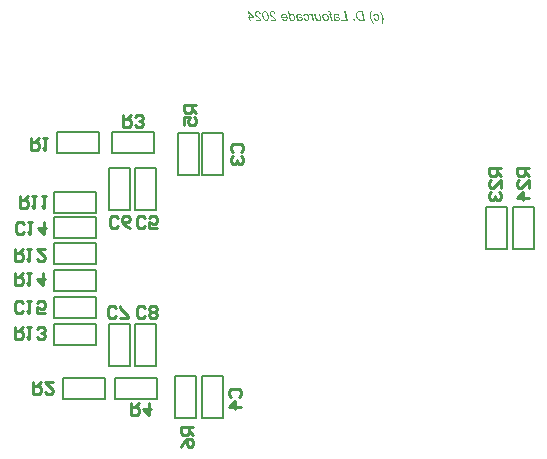
<source format=gbo>
G04*
G04 #@! TF.GenerationSoftware,Altium Limited,Altium Designer,25.5.2 (35)*
G04*
G04 Layer_Color=32896*
%FSLAX44Y44*%
%MOMM*%
G71*
G04*
G04 #@! TF.SameCoordinates,747CCF99-A89D-410B-911D-7770042ED889*
G04*
G04*
G04 #@! TF.FilePolarity,Positive*
G04*
G01*
G75*
%ADD13C,0.1270*%
%ADD17C,0.2540*%
G36*
X600911Y701421D02*
X601087Y701404D01*
X601264Y701368D01*
X601431Y701333D01*
X601581Y701289D01*
X601722Y701236D01*
X601854Y701174D01*
X601978Y701122D01*
X602083Y701060D01*
X602180Y700998D01*
X602260Y700945D01*
X602330Y700901D01*
X602383Y700866D01*
X602418Y700831D01*
X602445Y700813D01*
X602454Y700804D01*
X602577Y700681D01*
X602692Y700549D01*
X602789Y700416D01*
X602877Y700275D01*
X602956Y700135D01*
X603027Y699985D01*
X603079Y699852D01*
X603132Y699711D01*
X603176Y699588D01*
X603212Y699473D01*
X603238Y699368D01*
X603256Y699271D01*
X603273Y699200D01*
X603282Y699138D01*
X603291Y699103D01*
Y699094D01*
X602313Y698953D01*
X602277Y699112D01*
X602233Y699262D01*
X602189Y699394D01*
X602145Y699518D01*
X602092Y699632D01*
X602039Y699738D01*
X601995Y699835D01*
X601942Y699914D01*
X601898Y699985D01*
X601854Y700055D01*
X601810Y700108D01*
X601775Y700143D01*
X601749Y700179D01*
X601722Y700205D01*
X601713Y700223D01*
X601704D01*
X601625Y700293D01*
X601537Y700355D01*
X601361Y700461D01*
X601193Y700531D01*
X601043Y700575D01*
X600902Y700610D01*
X600849Y700619D01*
X600797D01*
X600752Y700628D01*
X600594D01*
X600497Y700610D01*
X600303Y700566D01*
X600144Y700505D01*
X600003Y700434D01*
X599889Y700355D01*
X599801Y700293D01*
X599748Y700249D01*
X599730Y700240D01*
Y700231D01*
X599660Y700161D01*
X599598Y700082D01*
X599492Y699923D01*
X599422Y699764D01*
X599378Y699614D01*
X599342Y699482D01*
X599333Y699420D01*
Y699377D01*
X599325Y699332D01*
Y699306D01*
Y699288D01*
Y699279D01*
X599333Y699156D01*
X599342Y699042D01*
X599369Y698936D01*
X599386Y698848D01*
X599413Y698768D01*
X599439Y698715D01*
X599448Y698671D01*
X599457Y698663D01*
X599536Y698504D01*
X599633Y698354D01*
X599730Y698213D01*
X599827Y698081D01*
X599924Y697975D01*
X599995Y697887D01*
X600047Y697834D01*
X600056Y697825D01*
X600065Y697816D01*
X600127Y697755D01*
X600188Y697693D01*
X600356Y697543D01*
X600532Y697393D01*
X600709Y697243D01*
X600876Y697103D01*
X600946Y697050D01*
X601008Y696997D01*
X601061Y696953D01*
X601105Y696917D01*
X601132Y696900D01*
X601140Y696891D01*
X601370Y696706D01*
X601590Y696530D01*
X601784Y696371D01*
X601960Y696221D01*
X602119Y696089D01*
X602268Y695965D01*
X602392Y695860D01*
X602506Y695763D01*
X602603Y695675D01*
X602683Y695604D01*
X602744Y695543D01*
X602806Y695498D01*
X602841Y695454D01*
X602868Y695428D01*
X602886Y695419D01*
X602894Y695410D01*
X603053Y695243D01*
X603203Y695075D01*
X603326Y694926D01*
X603432Y694776D01*
X603511Y694652D01*
X603573Y694564D01*
X603599Y694529D01*
X603617Y694502D01*
X603626Y694485D01*
Y694476D01*
X603723Y694282D01*
X603811Y694079D01*
X603881Y693885D01*
X603943Y693692D01*
X603987Y693524D01*
X604005Y693454D01*
X604022Y693392D01*
X604031Y693339D01*
X604040Y693304D01*
X604049Y693277D01*
Y693269D01*
X599210D01*
X599007Y694185D01*
X602648D01*
X602577Y694308D01*
X602489Y694432D01*
X602401Y694555D01*
X602313Y694661D01*
X602233Y694749D01*
X602172Y694829D01*
X602127Y694873D01*
X602110Y694890D01*
X601951Y695040D01*
X601784Y695199D01*
X601599Y695366D01*
X601414Y695516D01*
X601255Y695657D01*
X601184Y695710D01*
X601123Y695763D01*
X601070Y695807D01*
X601035Y695833D01*
X601008Y695851D01*
X600999Y695860D01*
X600691Y696107D01*
X600409Y696327D01*
X600162Y696538D01*
X599942Y696723D01*
X599748Y696891D01*
X599571Y697041D01*
X599430Y697173D01*
X599307Y697288D01*
X599201Y697385D01*
X599113Y697473D01*
X599043Y697543D01*
X598990Y697596D01*
X598955Y697640D01*
X598928Y697667D01*
X598910Y697684D01*
Y697693D01*
X598805Y697834D01*
X598717Y697975D01*
X598637Y698116D01*
X598576Y698257D01*
X598514Y698389D01*
X598470Y698513D01*
X598399Y698751D01*
X598373Y698857D01*
X598355Y698953D01*
X598346Y699042D01*
X598338Y699112D01*
X598329Y699174D01*
Y699218D01*
Y699244D01*
Y699253D01*
X598338Y699456D01*
X598373Y699659D01*
X598417Y699835D01*
X598470Y700002D01*
X598531Y700135D01*
X598549Y700187D01*
X598576Y700240D01*
X598593Y700275D01*
X598611Y700302D01*
X598620Y700320D01*
Y700328D01*
X598734Y700514D01*
X598866Y700672D01*
X599007Y700813D01*
X599148Y700928D01*
X599272Y701016D01*
X599369Y701086D01*
X599413Y701113D01*
X599439Y701122D01*
X599457Y701139D01*
X599466D01*
X599677Y701236D01*
X599898Y701307D01*
X600109Y701360D01*
X600303Y701395D01*
X600391Y701404D01*
X600471Y701413D01*
X600541Y701421D01*
X600603Y701430D01*
X600717D01*
X600911Y701421D01*
D02*
G37*
G36*
X588272D02*
X588448Y701404D01*
X588625Y701368D01*
X588792Y701333D01*
X588942Y701289D01*
X589083Y701236D01*
X589215Y701174D01*
X589339Y701122D01*
X589444Y701060D01*
X589541Y700998D01*
X589621Y700945D01*
X589691Y700901D01*
X589744Y700866D01*
X589779Y700831D01*
X589806Y700813D01*
X589815Y700804D01*
X589938Y700681D01*
X590053Y700549D01*
X590149Y700416D01*
X590238Y700275D01*
X590317Y700135D01*
X590387Y699985D01*
X590440Y699852D01*
X590493Y699711D01*
X590537Y699588D01*
X590573Y699473D01*
X590599Y699368D01*
X590617Y699271D01*
X590634Y699200D01*
X590643Y699138D01*
X590652Y699103D01*
Y699094D01*
X589674Y698953D01*
X589638Y699112D01*
X589594Y699262D01*
X589550Y699394D01*
X589506Y699518D01*
X589453Y699632D01*
X589400Y699738D01*
X589356Y699835D01*
X589303Y699914D01*
X589259Y699985D01*
X589215Y700055D01*
X589171Y700108D01*
X589136Y700143D01*
X589109Y700179D01*
X589083Y700205D01*
X589074Y700223D01*
X589065D01*
X588986Y700293D01*
X588898Y700355D01*
X588722Y700461D01*
X588554Y700531D01*
X588404Y700575D01*
X588263Y700610D01*
X588210Y700619D01*
X588158D01*
X588114Y700628D01*
X587955D01*
X587858Y700610D01*
X587664Y700566D01*
X587505Y700505D01*
X587364Y700434D01*
X587250Y700355D01*
X587162Y700293D01*
X587109Y700249D01*
X587091Y700240D01*
Y700231D01*
X587021Y700161D01*
X586959Y700082D01*
X586853Y699923D01*
X586783Y699764D01*
X586739Y699614D01*
X586703Y699482D01*
X586694Y699420D01*
Y699377D01*
X586686Y699332D01*
Y699306D01*
Y699288D01*
Y699279D01*
X586694Y699156D01*
X586703Y699042D01*
X586730Y698936D01*
X586747Y698848D01*
X586774Y698768D01*
X586800Y698715D01*
X586809Y698671D01*
X586818Y698663D01*
X586897Y698504D01*
X586994Y698354D01*
X587091Y698213D01*
X587188Y698081D01*
X587285Y697975D01*
X587355Y697887D01*
X587408Y697834D01*
X587417Y697825D01*
X587426Y697816D01*
X587488Y697755D01*
X587549Y697693D01*
X587717Y697543D01*
X587893Y697393D01*
X588069Y697243D01*
X588237Y697103D01*
X588307Y697050D01*
X588369Y696997D01*
X588422Y696953D01*
X588466Y696917D01*
X588493Y696900D01*
X588501Y696891D01*
X588731Y696706D01*
X588951Y696530D01*
X589145Y696371D01*
X589321Y696221D01*
X589480Y696089D01*
X589630Y695965D01*
X589753Y695860D01*
X589868Y695763D01*
X589964Y695675D01*
X590044Y695604D01*
X590105Y695543D01*
X590167Y695498D01*
X590202Y695454D01*
X590229Y695428D01*
X590247Y695419D01*
X590255Y695410D01*
X590414Y695243D01*
X590564Y695075D01*
X590687Y694926D01*
X590793Y694776D01*
X590872Y694652D01*
X590934Y694564D01*
X590960Y694529D01*
X590978Y694502D01*
X590987Y694485D01*
Y694476D01*
X591084Y694282D01*
X591172Y694079D01*
X591242Y693885D01*
X591304Y693692D01*
X591348Y693524D01*
X591366Y693454D01*
X591384Y693392D01*
X591392Y693339D01*
X591401Y693304D01*
X591410Y693277D01*
Y693269D01*
X586571D01*
X586368Y694185D01*
X590009D01*
X589938Y694308D01*
X589850Y694432D01*
X589762Y694555D01*
X589674Y694661D01*
X589594Y694749D01*
X589533Y694829D01*
X589488Y694873D01*
X589471Y694890D01*
X589312Y695040D01*
X589145Y695199D01*
X588960Y695366D01*
X588775Y695516D01*
X588616Y695657D01*
X588545Y695710D01*
X588484Y695763D01*
X588431Y695807D01*
X588396Y695833D01*
X588369Y695851D01*
X588360Y695860D01*
X588052Y696107D01*
X587770Y696327D01*
X587523Y696538D01*
X587303Y696723D01*
X587109Y696891D01*
X586932Y697041D01*
X586791Y697173D01*
X586668Y697288D01*
X586562Y697385D01*
X586474Y697473D01*
X586404Y697543D01*
X586351Y697596D01*
X586315Y697640D01*
X586289Y697667D01*
X586271Y697684D01*
Y697693D01*
X586166Y697834D01*
X586077Y697975D01*
X585998Y698116D01*
X585937Y698257D01*
X585875Y698389D01*
X585831Y698513D01*
X585760Y698751D01*
X585734Y698857D01*
X585716Y698953D01*
X585707Y699042D01*
X585699Y699112D01*
X585690Y699174D01*
Y699218D01*
Y699244D01*
Y699253D01*
X585699Y699456D01*
X585734Y699659D01*
X585778Y699835D01*
X585831Y700002D01*
X585892Y700135D01*
X585910Y700187D01*
X585937Y700240D01*
X585954Y700275D01*
X585972Y700302D01*
X585981Y700320D01*
Y700328D01*
X586095Y700514D01*
X586227Y700672D01*
X586368Y700813D01*
X586509Y700928D01*
X586633Y701016D01*
X586730Y701086D01*
X586774Y701113D01*
X586800Y701122D01*
X586818Y701139D01*
X586827D01*
X587038Y701236D01*
X587259Y701307D01*
X587470Y701360D01*
X587664Y701395D01*
X587752Y701404D01*
X587831Y701413D01*
X587902Y701421D01*
X587964Y701430D01*
X588078D01*
X588272Y701421D01*
D02*
G37*
G36*
X654843Y699288D02*
X655028Y699280D01*
X655195Y699253D01*
X655354Y699227D01*
X655504Y699191D01*
X655645Y699147D01*
X655777Y699103D01*
X655892Y699068D01*
X655997Y699024D01*
X656086Y698980D01*
X656174Y698936D01*
X656235Y698901D01*
X656288Y698874D01*
X656323Y698848D01*
X656350Y698839D01*
X656359Y698830D01*
X656482Y698742D01*
X656597Y698636D01*
X656791Y698425D01*
X656958Y698204D01*
X657099Y697984D01*
X657152Y697887D01*
X657205Y697790D01*
X657249Y697711D01*
X657275Y697631D01*
X657302Y697579D01*
X657319Y697526D01*
X657337Y697499D01*
Y697490D01*
X656323Y697402D01*
X656244Y697587D01*
X656156Y697746D01*
X656059Y697878D01*
X655962Y697993D01*
X655883Y698081D01*
X655804Y698143D01*
X655759Y698187D01*
X655742Y698195D01*
X655583Y698292D01*
X655407Y698363D01*
X655231Y698407D01*
X655072Y698442D01*
X654922Y698460D01*
X654860Y698469D01*
X654808Y698477D01*
X654702D01*
X654464Y698469D01*
X654261Y698433D01*
X654085Y698389D01*
X653935Y698336D01*
X653829Y698284D01*
X653741Y698240D01*
X653697Y698204D01*
X653679Y698195D01*
X653591Y698116D01*
X653530Y698028D01*
X653485Y697931D01*
X653459Y697843D01*
X653433Y697772D01*
X653424Y697702D01*
Y697667D01*
Y697649D01*
X653433Y697543D01*
X653441Y697429D01*
X653459Y697314D01*
X653485Y697199D01*
X653512Y697111D01*
X653530Y697032D01*
X653538Y696979D01*
X653547Y696970D01*
Y696962D01*
X653626Y696935D01*
X653724Y696909D01*
X653926Y696865D01*
X654155Y696829D01*
X654376Y696803D01*
X654481Y696794D01*
X654578Y696785D01*
X654675Y696776D01*
X654746Y696768D01*
X654816D01*
X654860Y696759D01*
X654904D01*
X655072Y696750D01*
X655231Y696741D01*
X655372Y696732D01*
X655504Y696723D01*
X655618Y696715D01*
X655724Y696706D01*
X655812Y696697D01*
X655900D01*
X655971Y696688D01*
X656024Y696680D01*
X656077Y696671D01*
X656112Y696662D01*
X656147D01*
X656165Y696653D01*
X656182D01*
X656376Y696609D01*
X656553Y696565D01*
X656711Y696503D01*
X656843Y696450D01*
X656949Y696406D01*
X657029Y696362D01*
X657082Y696336D01*
X657090Y696327D01*
X657099D01*
X657231Y696239D01*
X657346Y696133D01*
X657452Y696027D01*
X657531Y695930D01*
X657601Y695842D01*
X657646Y695772D01*
X657681Y695728D01*
X657690Y695719D01*
Y695710D01*
X657760Y695560D01*
X657813Y695410D01*
X657857Y695269D01*
X657884Y695128D01*
X657901Y695014D01*
X657910Y694917D01*
Y694882D01*
Y694864D01*
Y694846D01*
Y694837D01*
X657901Y694696D01*
X657892Y694573D01*
X657831Y694326D01*
X657751Y694124D01*
X657663Y693947D01*
X657619Y693868D01*
X657575Y693806D01*
X657531Y693745D01*
X657496Y693700D01*
X657460Y693665D01*
X657434Y693639D01*
X657425Y693621D01*
X657416Y693612D01*
X657319Y693533D01*
X657214Y693454D01*
X657108Y693392D01*
X657002Y693339D01*
X656782Y693251D01*
X656570Y693198D01*
X656473Y693180D01*
X656385Y693163D01*
X656306Y693154D01*
X656235Y693145D01*
X656182Y693136D01*
X656103D01*
X655900Y693145D01*
X655715Y693172D01*
X655539Y693198D01*
X655389Y693242D01*
X655257Y693277D01*
X655160Y693304D01*
X655125Y693321D01*
X655098Y693330D01*
X655090Y693339D01*
X655081D01*
X654896Y693427D01*
X654719Y693533D01*
X654543Y693639D01*
X654393Y693753D01*
X654261Y693850D01*
X654208Y693885D01*
X654155Y693930D01*
X654120Y693956D01*
X654094Y693982D01*
X654076Y693991D01*
X654067Y694000D01*
X654058Y693841D01*
X654041Y693700D01*
X654023Y693568D01*
X653997Y693462D01*
X653979Y693383D01*
X653970Y693321D01*
X653953Y693286D01*
Y693269D01*
X652939D01*
X652974Y693454D01*
X653001Y693612D01*
X653027Y693745D01*
X653036Y693859D01*
X653045Y693947D01*
X653054Y694009D01*
Y694053D01*
Y694062D01*
X653045Y694238D01*
X653027Y694423D01*
X653009Y694617D01*
X652974Y694793D01*
X652948Y694952D01*
X652939Y695023D01*
X652930Y695084D01*
X652921Y695128D01*
X652913Y695172D01*
X652904Y695190D01*
Y695199D01*
X652569Y696671D01*
X652525Y696891D01*
X652489Y697103D01*
X652463Y697288D01*
X652446Y697446D01*
X652437Y697579D01*
X652428Y697631D01*
Y697684D01*
Y697719D01*
Y697746D01*
Y697755D01*
Y697764D01*
X652437Y697878D01*
X652446Y697984D01*
X652507Y698178D01*
X652587Y698354D01*
X652675Y698495D01*
X652763Y698610D01*
X652842Y698698D01*
X652904Y698751D01*
X652913Y698768D01*
X652921D01*
X653045Y698865D01*
X653177Y698945D01*
X653318Y699015D01*
X653459Y699077D01*
X653609Y699130D01*
X653750Y699165D01*
X654023Y699236D01*
X654155Y699253D01*
X654279Y699271D01*
X654385Y699280D01*
X654473Y699288D01*
X654552Y699297D01*
X654658D01*
X654843Y699288D01*
D02*
G37*
G36*
X623263D02*
X623448Y699280D01*
X623615Y699253D01*
X623774Y699227D01*
X623924Y699191D01*
X624065Y699147D01*
X624197Y699103D01*
X624312Y699068D01*
X624418Y699024D01*
X624506Y698980D01*
X624594Y698936D01*
X624655Y698901D01*
X624708Y698874D01*
X624744Y698848D01*
X624770Y698839D01*
X624779Y698830D01*
X624902Y698742D01*
X625017Y698636D01*
X625211Y698425D01*
X625378Y698204D01*
X625519Y697984D01*
X625572Y697887D01*
X625625Y697790D01*
X625669Y697711D01*
X625696Y697631D01*
X625722Y697579D01*
X625740Y697526D01*
X625757Y697499D01*
Y697490D01*
X624744Y697402D01*
X624664Y697587D01*
X624576Y697746D01*
X624479Y697878D01*
X624382Y697993D01*
X624303Y698081D01*
X624224Y698143D01*
X624180Y698187D01*
X624162Y698195D01*
X624003Y698292D01*
X623827Y698363D01*
X623651Y698407D01*
X623492Y698442D01*
X623342Y698460D01*
X623281Y698469D01*
X623228Y698477D01*
X623122D01*
X622884Y698469D01*
X622681Y698433D01*
X622505Y698389D01*
X622355Y698336D01*
X622249Y698284D01*
X622161Y698240D01*
X622117Y698204D01*
X622099Y698195D01*
X622011Y698116D01*
X621950Y698028D01*
X621906Y697931D01*
X621879Y697843D01*
X621853Y697772D01*
X621844Y697702D01*
Y697667D01*
Y697649D01*
X621853Y697543D01*
X621862Y697429D01*
X621879Y697314D01*
X621906Y697199D01*
X621932Y697111D01*
X621950Y697032D01*
X621959Y696979D01*
X621967Y696970D01*
Y696962D01*
X622047Y696935D01*
X622144Y696909D01*
X622346Y696865D01*
X622575Y696829D01*
X622796Y696803D01*
X622902Y696794D01*
X622999Y696785D01*
X623096Y696776D01*
X623166Y696768D01*
X623237D01*
X623281Y696759D01*
X623325D01*
X623492Y696750D01*
X623651Y696741D01*
X623792Y696732D01*
X623924Y696723D01*
X624039Y696715D01*
X624144Y696706D01*
X624232Y696697D01*
X624321D01*
X624391Y696688D01*
X624444Y696680D01*
X624497Y696671D01*
X624532Y696662D01*
X624567D01*
X624585Y696653D01*
X624603D01*
X624797Y696609D01*
X624973Y696565D01*
X625131Y696503D01*
X625264Y696450D01*
X625369Y696406D01*
X625449Y696362D01*
X625502Y696336D01*
X625510Y696327D01*
X625519D01*
X625652Y696239D01*
X625766Y696133D01*
X625872Y696027D01*
X625951Y695930D01*
X626022Y695842D01*
X626066Y695772D01*
X626101Y695728D01*
X626110Y695719D01*
Y695710D01*
X626180Y695560D01*
X626233Y695410D01*
X626277Y695269D01*
X626304Y695128D01*
X626321Y695014D01*
X626330Y694917D01*
Y694882D01*
Y694864D01*
Y694846D01*
Y694837D01*
X626321Y694696D01*
X626312Y694573D01*
X626251Y694326D01*
X626171Y694124D01*
X626083Y693947D01*
X626039Y693868D01*
X625995Y693806D01*
X625951Y693745D01*
X625916Y693700D01*
X625881Y693665D01*
X625854Y693639D01*
X625845Y693621D01*
X625837Y693612D01*
X625740Y693533D01*
X625634Y693454D01*
X625528Y693392D01*
X625422Y693339D01*
X625202Y693251D01*
X624991Y693198D01*
X624893Y693180D01*
X624805Y693163D01*
X624726Y693154D01*
X624655Y693145D01*
X624603Y693136D01*
X624523D01*
X624321Y693145D01*
X624136Y693172D01*
X623959Y693198D01*
X623809Y693242D01*
X623677Y693277D01*
X623580Y693304D01*
X623545Y693321D01*
X623519Y693330D01*
X623510Y693339D01*
X623501D01*
X623316Y693427D01*
X623140Y693533D01*
X622963Y693639D01*
X622813Y693753D01*
X622681Y693850D01*
X622628Y693885D01*
X622575Y693930D01*
X622540Y693956D01*
X622514Y693982D01*
X622496Y693991D01*
X622487Y694000D01*
X622478Y693841D01*
X622461Y693700D01*
X622443Y693568D01*
X622417Y693462D01*
X622399Y693383D01*
X622390Y693321D01*
X622373Y693286D01*
Y693269D01*
X621359Y693269D01*
X621394Y693454D01*
X621421Y693612D01*
X621447Y693745D01*
X621456Y693859D01*
X621465Y693947D01*
X621474Y694009D01*
Y694053D01*
Y694062D01*
X621465Y694238D01*
X621447Y694423D01*
X621430Y694617D01*
X621394Y694793D01*
X621368Y694952D01*
X621359Y695023D01*
X621350Y695084D01*
X621342Y695128D01*
X621333Y695172D01*
X621324Y695190D01*
Y695199D01*
X620989Y696671D01*
X620945Y696891D01*
X620910Y697103D01*
X620883Y697288D01*
X620866Y697446D01*
X620857Y697579D01*
X620848Y697631D01*
Y697684D01*
Y697719D01*
Y697746D01*
Y697755D01*
Y697764D01*
X620857Y697878D01*
X620866Y697984D01*
X620927Y698178D01*
X621007Y698354D01*
X621095Y698495D01*
X621183Y698610D01*
X621262Y698698D01*
X621324Y698751D01*
X621333Y698768D01*
X621342D01*
X621465Y698865D01*
X621597Y698945D01*
X621738Y699015D01*
X621879Y699077D01*
X622029Y699130D01*
X622170Y699165D01*
X622443Y699236D01*
X622575Y699253D01*
X622699Y699271D01*
X622805Y699280D01*
X622893Y699288D01*
X622972Y699297D01*
X623078D01*
X623263Y699288D01*
D02*
G37*
G36*
X641701Y695754D02*
X641737Y695595D01*
X641772Y695445D01*
X641798Y695304D01*
X641825Y695172D01*
X641842Y695058D01*
X641860Y694952D01*
X641878Y694864D01*
X641887Y694776D01*
X641895Y694705D01*
X641904Y694643D01*
Y694591D01*
X641913Y694547D01*
Y694520D01*
Y694494D01*
Y694485D01*
Y694476D01*
X641904Y694370D01*
X641895Y694273D01*
X641851Y694088D01*
X641781Y693930D01*
X641701Y693789D01*
X641631Y693674D01*
X641560Y693595D01*
X641516Y693542D01*
X641499Y693533D01*
Y693524D01*
X641419Y693454D01*
X641331Y693401D01*
X641146Y693304D01*
X640961Y693233D01*
X640785Y693189D01*
X640626Y693154D01*
X640564Y693145D01*
X640503D01*
X640450Y693136D01*
X640388D01*
X640177Y693154D01*
X639974Y693189D01*
X639771Y693242D01*
X639577Y693321D01*
X639392Y693410D01*
X639216Y693515D01*
X639049Y693621D01*
X638890Y693736D01*
X638740Y693841D01*
X638617Y693947D01*
X638502Y694053D01*
X638405Y694141D01*
X638326Y694220D01*
X638264Y694273D01*
X638229Y694317D01*
X638220Y694326D01*
X638440Y693269D01*
X637515D01*
X636210Y699165D01*
X637215D01*
X637771Y696600D01*
X637797Y696459D01*
X637832Y696336D01*
X637859Y696221D01*
X637885Y696107D01*
X637911Y696010D01*
X637938Y695930D01*
X637956Y695851D01*
X637982Y695780D01*
X638000Y695719D01*
X638017Y695666D01*
X638035Y695595D01*
X638052Y695551D01*
X638061Y695534D01*
X638132Y695357D01*
X638211Y695208D01*
X638299Y695067D01*
X638370Y694943D01*
X638440Y694846D01*
X638493Y694767D01*
X638529Y694723D01*
X638546Y694705D01*
X638661Y694582D01*
X638775Y694476D01*
X638899Y694379D01*
X639004Y694300D01*
X639101Y694238D01*
X639181Y694194D01*
X639234Y694167D01*
X639242Y694159D01*
X639251D01*
X639401Y694088D01*
X639551Y694044D01*
X639692Y694009D01*
X639824Y693982D01*
X639930Y693965D01*
X640018Y693956D01*
X640089D01*
X640229Y693965D01*
X640353Y693982D01*
X640459Y694009D01*
X640538Y694044D01*
X640609Y694071D01*
X640661Y694097D01*
X640688Y694115D01*
X640697Y694124D01*
X640767Y694194D01*
X640811Y694273D01*
X640846Y694353D01*
X640873Y694432D01*
X640891Y694502D01*
X640899Y694555D01*
Y694591D01*
Y694608D01*
X640891Y694714D01*
X640882Y694829D01*
X640864Y694952D01*
X640846Y695075D01*
X640829Y695181D01*
X640811Y695269D01*
X640802Y695304D01*
X640794Y695331D01*
Y695340D01*
Y695349D01*
X639930Y699165D01*
X640935D01*
X641701Y695754D01*
D02*
G37*
G36*
X610615Y699288D02*
X610765Y699279D01*
X611047Y699227D01*
X611311Y699156D01*
X611426Y699112D01*
X611541Y699077D01*
X611638Y699033D01*
X611726Y698989D01*
X611805Y698953D01*
X611875Y698918D01*
X611928Y698892D01*
X611964Y698865D01*
X611990Y698857D01*
X611999Y698848D01*
X612131Y698760D01*
X612254Y698663D01*
X612484Y698451D01*
X612678Y698231D01*
X612845Y698010D01*
X612916Y697905D01*
X612986Y697808D01*
X613039Y697719D01*
X613083Y697649D01*
X613118Y697587D01*
X613145Y697543D01*
X613153Y697508D01*
X613162Y697499D01*
X613242Y697332D01*
X613303Y697155D01*
X613365Y696988D01*
X613418Y696821D01*
X613497Y696512D01*
X613524Y696362D01*
X613550Y696221D01*
X613568Y696098D01*
X613577Y695983D01*
X613585Y695877D01*
X613594Y695798D01*
X613603Y695728D01*
Y695675D01*
Y695639D01*
Y695631D01*
X613594Y695357D01*
X613559Y695111D01*
X613515Y694890D01*
X613462Y694696D01*
X613436Y694608D01*
X613409Y694529D01*
X613383Y694467D01*
X613365Y694414D01*
X613347Y694370D01*
X613330Y694335D01*
X613321Y694317D01*
Y694308D01*
X613206Y694106D01*
X613074Y693930D01*
X612933Y693780D01*
X612801Y693656D01*
X612678Y693559D01*
X612581Y693489D01*
X612545Y693471D01*
X612519Y693454D01*
X612501Y693436D01*
X612492D01*
X612281Y693339D01*
X612069Y693260D01*
X611867Y693207D01*
X611682Y693172D01*
X611523Y693154D01*
X611452Y693145D01*
X611400D01*
X611347Y693136D01*
X611285D01*
X611091Y693145D01*
X610906Y693163D01*
X610730Y693198D01*
X610562Y693233D01*
X610404Y693286D01*
X610254Y693339D01*
X610113Y693401D01*
X609989Y693462D01*
X609875Y693515D01*
X609769Y693577D01*
X609690Y693630D01*
X609610Y693683D01*
X609557Y693718D01*
X609513Y693753D01*
X609487Y693771D01*
X609478Y693780D01*
X609337Y693903D01*
X609214Y694026D01*
X609099Y694150D01*
X609002Y694273D01*
X608914Y694388D01*
X608835Y694502D01*
X608764Y694617D01*
X608703Y694714D01*
X608650Y694811D01*
X608606Y694899D01*
X608570Y694978D01*
X608544Y695040D01*
X608526Y695093D01*
X608509Y695128D01*
X608500Y695155D01*
Y695163D01*
X609478Y695252D01*
X609593Y695031D01*
X609716Y694829D01*
X609848Y694670D01*
X609972Y694529D01*
X610086Y694423D01*
X610183Y694344D01*
X610210Y694317D01*
X610236Y694300D01*
X610254Y694282D01*
X610263D01*
X610448Y694176D01*
X610633Y694097D01*
X610800Y694035D01*
X610959Y694000D01*
X611091Y693974D01*
X611144Y693965D01*
X611188D01*
X611223Y693956D01*
X611276D01*
X611382Y693965D01*
X611479Y693974D01*
X611655Y694026D01*
X611814Y694097D01*
X611955Y694176D01*
X612061Y694256D01*
X612140Y694317D01*
X612193Y694370D01*
X612202Y694379D01*
X612211Y694388D01*
X612281Y694476D01*
X612334Y694564D01*
X612431Y694767D01*
X612492Y694978D01*
X612545Y695181D01*
X612572Y695366D01*
X612581Y695445D01*
Y695516D01*
X612589Y695569D01*
Y695613D01*
Y695639D01*
Y695648D01*
X612581Y695754D01*
X612572Y695860D01*
Y695904D01*
X612563Y695939D01*
Y695957D01*
Y695965D01*
X608218D01*
X608191Y696133D01*
X608174Y696292D01*
X608156Y696441D01*
X608147Y696574D01*
X608139Y696688D01*
Y696776D01*
Y696803D01*
Y696829D01*
Y696838D01*
Y696847D01*
X608147Y697058D01*
X608165Y697252D01*
X608200Y697437D01*
X608235Y697605D01*
X608288Y697764D01*
X608341Y697913D01*
X608394Y698046D01*
X608456Y698169D01*
X608517Y698275D01*
X608570Y698372D01*
X608623Y698451D01*
X608676Y698513D01*
X608711Y698566D01*
X608747Y698610D01*
X608764Y698627D01*
X608773Y698636D01*
X608896Y698751D01*
X609029Y698857D01*
X609161Y698945D01*
X609302Y699015D01*
X609443Y699086D01*
X609584Y699138D01*
X609725Y699183D01*
X609857Y699218D01*
X609981Y699244D01*
X610095Y699262D01*
X610201Y699279D01*
X610289Y699288D01*
X610360Y699297D01*
X610465D01*
X610615Y699288D01*
D02*
G37*
G36*
X688291Y699288D02*
X688459Y699280D01*
X688767Y699218D01*
X688908Y699183D01*
X689040Y699138D01*
X689164Y699094D01*
X689278Y699050D01*
X689384Y699006D01*
X689481Y698962D01*
X689560Y698918D01*
X689631Y698883D01*
X689684Y698848D01*
X689719Y698821D01*
X689745Y698812D01*
X689754Y698804D01*
X689886Y698707D01*
X690010Y698601D01*
X690230Y698381D01*
X690415Y698143D01*
X690574Y697913D01*
X690636Y697808D01*
X690697Y697702D01*
X690741Y697614D01*
X690786Y697534D01*
X690812Y697473D01*
X690838Y697429D01*
X690847Y697393D01*
X690856Y697385D01*
X690927Y697208D01*
X690979Y697041D01*
X691076Y696697D01*
X691138Y696380D01*
X691164Y696230D01*
X691191Y696089D01*
X691200Y695966D01*
X691217Y695842D01*
X691226Y695745D01*
Y695657D01*
X691235Y695587D01*
Y695534D01*
Y695498D01*
Y695490D01*
X691226Y695287D01*
X691208Y695093D01*
X691182Y694917D01*
X691138Y694749D01*
X691094Y694599D01*
X691050Y694450D01*
X690997Y694326D01*
X690935Y694203D01*
X690882Y694097D01*
X690830Y694009D01*
X690786Y693930D01*
X690733Y693868D01*
X690697Y693815D01*
X690671Y693780D01*
X690653Y693762D01*
X690645Y693753D01*
X690530Y693648D01*
X690406Y693551D01*
X690274Y693471D01*
X690151Y693401D01*
X690019Y693339D01*
X689886Y693286D01*
X689763Y693242D01*
X689640Y693216D01*
X689525Y693189D01*
X689419Y693172D01*
X689322Y693154D01*
X689243Y693145D01*
X689173Y693136D01*
X689084D01*
X688917Y693145D01*
X688758Y693163D01*
X688608Y693189D01*
X688459Y693216D01*
X688318Y693260D01*
X688194Y693304D01*
X688071Y693348D01*
X687956Y693401D01*
X687859Y693454D01*
X687762Y693498D01*
X687683Y693542D01*
X687621Y693586D01*
X687568Y693612D01*
X687533Y693639D01*
X687507Y693656D01*
X687498Y693665D01*
X687366Y693771D01*
X687251Y693894D01*
X687031Y694150D01*
X686846Y694423D01*
X686687Y694688D01*
X686625Y694820D01*
X686572Y694934D01*
X686520Y695040D01*
X686484Y695128D01*
X686449Y695208D01*
X686432Y695260D01*
X686414Y695304D01*
Y695313D01*
X687427Y695419D01*
X687480Y695278D01*
X687533Y695155D01*
X687586Y695031D01*
X687648Y694917D01*
X687701Y694820D01*
X687762Y694723D01*
X687824Y694635D01*
X687877Y694564D01*
X687930Y694494D01*
X687974Y694441D01*
X688018Y694388D01*
X688062Y694353D01*
X688089Y694317D01*
X688115Y694300D01*
X688124Y694291D01*
X688132Y694282D01*
X688300Y694159D01*
X688467Y694071D01*
X688626Y694000D01*
X688767Y693956D01*
X688891Y693930D01*
X688988Y693921D01*
X689023Y693912D01*
X689067D01*
X689243Y693930D01*
X689402Y693974D01*
X689543Y694026D01*
X689666Y694097D01*
X689763Y694167D01*
X689834Y694220D01*
X689878Y694265D01*
X689895Y694282D01*
X689948Y694361D01*
X690001Y694441D01*
X690080Y694617D01*
X690142Y694811D01*
X690177Y694996D01*
X690204Y695163D01*
X690213Y695234D01*
Y695296D01*
X690221Y695349D01*
Y695384D01*
Y695410D01*
Y695419D01*
X690213Y695692D01*
X690186Y695957D01*
X690142Y696212D01*
X690098Y696441D01*
X690072Y696538D01*
X690054Y696635D01*
X690027Y696715D01*
X690010Y696785D01*
X690001Y696838D01*
X689983Y696882D01*
X689975Y696909D01*
Y696917D01*
X689922Y697058D01*
X689869Y697191D01*
X689816Y697314D01*
X689754Y697429D01*
X689701Y697534D01*
X689640Y697631D01*
X689587Y697719D01*
X689534Y697790D01*
X689481Y697860D01*
X689428Y697922D01*
X689384Y697966D01*
X689349Y698010D01*
X689322Y698037D01*
X689296Y698063D01*
X689287Y698081D01*
X689278D01*
X689190Y698151D01*
X689102Y698213D01*
X688926Y698301D01*
X688749Y698372D01*
X688582Y698425D01*
X688432Y698451D01*
X688379Y698460D01*
X688326D01*
X688282Y698469D01*
X688221D01*
X688036Y698451D01*
X687868Y698416D01*
X687727Y698363D01*
X687604Y698310D01*
X687507Y698248D01*
X687445Y698195D01*
X687401Y698160D01*
X687383Y698143D01*
X687278Y698010D01*
X687189Y697869D01*
X687137Y697728D01*
X687093Y697587D01*
X687066Y697464D01*
X687057Y697358D01*
X687048Y697323D01*
Y697296D01*
Y697279D01*
Y697270D01*
X686061Y697340D01*
X686070Y697499D01*
X686088Y697658D01*
X686114Y697799D01*
X686149Y697931D01*
X686193Y698063D01*
X686238Y698178D01*
X686290Y698284D01*
X686343Y698381D01*
X686396Y698469D01*
X686449Y698539D01*
X686493Y698610D01*
X686537Y698663D01*
X686572Y698707D01*
X686599Y698733D01*
X686617Y698751D01*
X686625Y698760D01*
X686731Y698857D01*
X686846Y698936D01*
X686969Y699006D01*
X687093Y699068D01*
X687216Y699121D01*
X687339Y699165D01*
X687586Y699227D01*
X687692Y699253D01*
X687798Y699271D01*
X687886Y699280D01*
X687965Y699288D01*
X688036Y699297D01*
X688124D01*
X688291Y699288D01*
D02*
G37*
G36*
X628939D02*
X629106Y699280D01*
X629415Y699218D01*
X629556Y699183D01*
X629688Y699138D01*
X629812Y699094D01*
X629926Y699050D01*
X630032Y699006D01*
X630129Y698962D01*
X630208Y698918D01*
X630279Y698883D01*
X630332Y698848D01*
X630367Y698821D01*
X630393Y698812D01*
X630402Y698804D01*
X630534Y698707D01*
X630658Y698601D01*
X630878Y698381D01*
X631063Y698143D01*
X631222Y697913D01*
X631283Y697808D01*
X631345Y697702D01*
X631389Y697614D01*
X631433Y697534D01*
X631460Y697473D01*
X631486Y697429D01*
X631495Y697393D01*
X631504Y697385D01*
X631574Y697208D01*
X631627Y697041D01*
X631724Y696697D01*
X631786Y696380D01*
X631812Y696230D01*
X631839Y696089D01*
X631848Y695966D01*
X631865Y695842D01*
X631874Y695745D01*
Y695657D01*
X631883Y695587D01*
Y695534D01*
Y695498D01*
Y695490D01*
X631874Y695287D01*
X631856Y695093D01*
X631830Y694917D01*
X631786Y694749D01*
X631742Y694599D01*
X631698Y694450D01*
X631645Y694326D01*
X631583Y694203D01*
X631530Y694097D01*
X631477Y694009D01*
X631433Y693930D01*
X631381Y693868D01*
X631345Y693815D01*
X631319Y693780D01*
X631301Y693762D01*
X631292Y693753D01*
X631178Y693648D01*
X631054Y693551D01*
X630922Y693471D01*
X630799Y693401D01*
X630667Y693339D01*
X630534Y693286D01*
X630411Y693242D01*
X630288Y693216D01*
X630173Y693189D01*
X630067Y693172D01*
X629970Y693154D01*
X629891Y693145D01*
X629820Y693136D01*
X629732D01*
X629565Y693145D01*
X629406Y693163D01*
X629256Y693189D01*
X629106Y693216D01*
X628965Y693260D01*
X628842Y693304D01*
X628719Y693348D01*
X628604Y693401D01*
X628507Y693454D01*
X628410Y693498D01*
X628331Y693542D01*
X628269Y693586D01*
X628216Y693612D01*
X628181Y693639D01*
X628155Y693656D01*
X628146Y693665D01*
X628014Y693771D01*
X627899Y693894D01*
X627679Y694150D01*
X627494Y694423D01*
X627335Y694688D01*
X627273Y694820D01*
X627220Y694934D01*
X627168Y695040D01*
X627132Y695128D01*
X627097Y695208D01*
X627079Y695260D01*
X627062Y695304D01*
Y695313D01*
X628075Y695419D01*
X628128Y695278D01*
X628181Y695155D01*
X628234Y695031D01*
X628296Y694917D01*
X628349Y694820D01*
X628410Y694723D01*
X628472Y694635D01*
X628525Y694564D01*
X628578Y694494D01*
X628622Y694441D01*
X628666Y694388D01*
X628710Y694353D01*
X628736Y694317D01*
X628763Y694300D01*
X628772Y694291D01*
X628780Y694282D01*
X628948Y694159D01*
X629115Y694071D01*
X629274Y694000D01*
X629415Y693956D01*
X629538Y693930D01*
X629635Y693921D01*
X629671Y693912D01*
X629715D01*
X629891Y693930D01*
X630050Y693974D01*
X630191Y694026D01*
X630314Y694097D01*
X630411Y694167D01*
X630481Y694220D01*
X630526Y694265D01*
X630543Y694282D01*
X630596Y694361D01*
X630649Y694441D01*
X630728Y694617D01*
X630790Y694811D01*
X630825Y694996D01*
X630852Y695163D01*
X630860Y695234D01*
Y695296D01*
X630869Y695349D01*
Y695384D01*
Y695410D01*
Y695419D01*
X630860Y695692D01*
X630834Y695957D01*
X630790Y696212D01*
X630746Y696441D01*
X630719Y696538D01*
X630702Y696635D01*
X630675Y696715D01*
X630658Y696785D01*
X630649Y696838D01*
X630631Y696882D01*
X630622Y696909D01*
Y696917D01*
X630570Y697058D01*
X630517Y697191D01*
X630464Y697314D01*
X630402Y697429D01*
X630349Y697534D01*
X630288Y697631D01*
X630235Y697719D01*
X630182Y697790D01*
X630129Y697860D01*
X630076Y697922D01*
X630032Y697966D01*
X629997Y698010D01*
X629970Y698037D01*
X629944Y698063D01*
X629935Y698081D01*
X629926D01*
X629838Y698151D01*
X629750Y698213D01*
X629574Y698301D01*
X629397Y698372D01*
X629230Y698425D01*
X629080Y698451D01*
X629027Y698460D01*
X628974D01*
X628930Y698469D01*
X628868D01*
X628684Y698451D01*
X628516Y698416D01*
X628375Y698363D01*
X628252Y698310D01*
X628155Y698248D01*
X628093Y698195D01*
X628049Y698160D01*
X628031Y698143D01*
X627925Y698010D01*
X627837Y697869D01*
X627784Y697728D01*
X627740Y697587D01*
X627714Y697464D01*
X627705Y697358D01*
X627696Y697323D01*
Y697296D01*
Y697279D01*
Y697270D01*
X626709Y697340D01*
X626718Y697499D01*
X626736Y697658D01*
X626762Y697799D01*
X626797Y697931D01*
X626841Y698063D01*
X626885Y698178D01*
X626938Y698284D01*
X626991Y698381D01*
X627044Y698469D01*
X627097Y698539D01*
X627141Y698610D01*
X627185Y698663D01*
X627220Y698707D01*
X627247Y698733D01*
X627264Y698751D01*
X627273Y698760D01*
X627379Y698857D01*
X627494Y698936D01*
X627617Y699006D01*
X627740Y699068D01*
X627864Y699121D01*
X627987Y699165D01*
X628234Y699227D01*
X628340Y699253D01*
X628446Y699271D01*
X628534Y699280D01*
X628613Y699288D01*
X628684Y699297D01*
X628772D01*
X628939Y699288D01*
D02*
G37*
G36*
X678746Y693269D02*
X675820D01*
X675538Y693277D01*
X675273Y693286D01*
X675044Y693304D01*
X674947Y693321D01*
X674850Y693330D01*
X674771Y693339D01*
X674691Y693357D01*
X674630Y693365D01*
X674577Y693374D01*
X674533Y693383D01*
X674506D01*
X674489Y693392D01*
X674480D01*
X674224Y693462D01*
X673986Y693542D01*
X673775Y693630D01*
X673599Y693709D01*
X673519Y693753D01*
X673449Y693789D01*
X673387Y693815D01*
X673334Y693850D01*
X673299Y693868D01*
X673272Y693885D01*
X673255Y693903D01*
X673246D01*
X673052Y694044D01*
X672867Y694203D01*
X672700Y694361D01*
X672541Y694520D01*
X672418Y694652D01*
X672365Y694714D01*
X672321Y694767D01*
X672285Y694802D01*
X672259Y694837D01*
X672250Y694855D01*
X672241Y694864D01*
X672065Y695102D01*
X671915Y695349D01*
X671783Y695587D01*
X671668Y695807D01*
X671616Y695904D01*
X671580Y696001D01*
X671545Y696080D01*
X671510Y696151D01*
X671483Y696204D01*
X671475Y696248D01*
X671457Y696274D01*
Y696283D01*
X671360Y696591D01*
X671281Y696909D01*
X671228Y697208D01*
X671210Y697349D01*
X671192Y697482D01*
X671184Y697605D01*
X671175Y697719D01*
X671166Y697816D01*
X671157Y697905D01*
Y697975D01*
Y698028D01*
Y698063D01*
Y698072D01*
X671166Y698372D01*
X671192Y698654D01*
X671236Y698901D01*
X671254Y699015D01*
X671281Y699121D01*
X671307Y699218D01*
X671325Y699306D01*
X671342Y699377D01*
X671369Y699438D01*
X671377Y699491D01*
X671395Y699526D01*
X671404Y699544D01*
Y699553D01*
X671501Y699791D01*
X671616Y700002D01*
X671730Y700196D01*
X671853Y700355D01*
X671950Y700478D01*
X672003Y700531D01*
X672038Y700575D01*
X672074Y700610D01*
X672100Y700637D01*
X672109Y700646D01*
X672118Y700655D01*
X672303Y700813D01*
X672488Y700937D01*
X672682Y701051D01*
X672858Y701130D01*
X673008Y701192D01*
X673079Y701219D01*
X673131Y701236D01*
X673184Y701254D01*
X673220Y701263D01*
X673237Y701272D01*
X673246D01*
X673334Y701298D01*
X673440Y701316D01*
X673652Y701351D01*
X673881Y701368D01*
X674092Y701386D01*
X674198Y701395D01*
X674295D01*
X674374Y701404D01*
X677054D01*
X678746Y693269D01*
D02*
G37*
G36*
X670399D02*
X669262D01*
X669015Y694406D01*
X670152D01*
X670399Y693269D01*
D02*
G37*
G36*
X664247D02*
X658968D01*
X658774Y694185D01*
X662978D01*
X661471Y701404D01*
X662546D01*
X664247Y693269D01*
D02*
G37*
G36*
X648779Y701527D02*
X648946Y701509D01*
X649096Y701474D01*
X649220Y701448D01*
X649317Y701413D01*
X649387Y701377D01*
X649431Y701360D01*
X649449Y701351D01*
X649563Y701280D01*
X649651Y701201D01*
X649731Y701130D01*
X649792Y701060D01*
X649845Y700989D01*
X649881Y700937D01*
X649898Y700901D01*
X649907Y700892D01*
X649960Y700778D01*
X650013Y700637D01*
X650057Y700487D01*
X650092Y700337D01*
X650127Y700205D01*
X650145Y700143D01*
X650154Y700099D01*
X650163Y700055D01*
X650172Y700020D01*
X650180Y700002D01*
Y699994D01*
X650357Y699165D01*
X651247D01*
X651405Y698398D01*
X650524D01*
X651608Y693269D01*
X650612D01*
X649519Y698398D01*
X648382D01*
X648224Y699165D01*
X649352D01*
X649220Y699791D01*
X649202Y699888D01*
X649175Y699976D01*
X649131Y700126D01*
X649096Y700249D01*
X649052Y700337D01*
X649017Y700408D01*
X648990Y700452D01*
X648973Y700469D01*
X648964Y700478D01*
X648902Y700531D01*
X648823Y700566D01*
X648753Y700593D01*
X648682Y700610D01*
X648612Y700619D01*
X648559Y700628D01*
X648514D01*
X648382Y700619D01*
X648232Y700610D01*
X648091Y700584D01*
X647959Y700566D01*
X647836Y700540D01*
X647748Y700514D01*
X647712Y700505D01*
X647686D01*
X647668Y700496D01*
X647660D01*
X647475Y701368D01*
X647730Y701421D01*
X647950Y701465D01*
X648144Y701492D01*
X648303Y701518D01*
X648426Y701527D01*
X648514Y701536D01*
X648585D01*
X648779Y701527D01*
D02*
G37*
G36*
X632421Y699280D02*
X632579Y699244D01*
X632729Y699191D01*
X632870Y699130D01*
X632976Y699068D01*
X633064Y699015D01*
X633099Y698997D01*
X633126Y698980D01*
X633134Y698962D01*
X633143D01*
X633302Y698830D01*
X633461Y698671D01*
X633610Y698504D01*
X633751Y698336D01*
X633866Y698187D01*
X633910Y698125D01*
X633954Y698072D01*
X633989Y698019D01*
X634016Y697984D01*
X634025Y697966D01*
X634033Y697958D01*
X633778Y699165D01*
X634677D01*
X635911Y693269D01*
X634959D01*
X634465Y695622D01*
X634404Y695895D01*
X634333Y696151D01*
X634263Y696389D01*
X634192Y696600D01*
X634113Y696794D01*
X634042Y696970D01*
X633972Y697120D01*
X633901Y697261D01*
X633839Y697376D01*
X633778Y697482D01*
X633725Y697561D01*
X633672Y697631D01*
X633637Y697684D01*
X633610Y697719D01*
X633593Y697737D01*
X633584Y697746D01*
X633478Y697852D01*
X633372Y697940D01*
X633275Y698019D01*
X633178Y698090D01*
X633082Y698143D01*
X632993Y698195D01*
X632826Y698266D01*
X632685Y698301D01*
X632632Y698319D01*
X632579Y698328D01*
X632544Y698336D01*
X632491D01*
X632376Y698328D01*
X632271Y698310D01*
X632174Y698275D01*
X632086Y698240D01*
X632015Y698204D01*
X631962Y698169D01*
X631927Y698151D01*
X631918Y698143D01*
X631513Y699077D01*
X631671Y699147D01*
X631812Y699200D01*
X631945Y699244D01*
X632050Y699271D01*
X632138Y699288D01*
X632200Y699297D01*
X632253D01*
X632421Y699280D01*
D02*
G37*
G36*
X585029Y696327D02*
X585240Y695340D01*
X581926D01*
X582367Y693269D01*
X581371D01*
X580930Y695340D01*
X579758D01*
X579573Y696230D01*
X580745D01*
X579635Y701404D01*
X580454D01*
X585029Y696327D01*
D02*
G37*
G36*
X645421Y699288D02*
X645659Y699253D01*
X645879Y699209D01*
X646091Y699147D01*
X646285Y699077D01*
X646461Y698997D01*
X646628Y698918D01*
X646778Y698830D01*
X646910Y698742D01*
X647034Y698663D01*
X647131Y698583D01*
X647219Y698513D01*
X647281Y698451D01*
X647334Y698407D01*
X647360Y698372D01*
X647369Y698363D01*
X647545Y698143D01*
X647704Y697913D01*
X647836Y697675D01*
X647950Y697438D01*
X648056Y697191D01*
X648136Y696962D01*
X648206Y696723D01*
X648259Y696503D01*
X648294Y696301D01*
X648329Y696107D01*
X648347Y695930D01*
X648365Y695789D01*
X648373Y695666D01*
X648382Y695578D01*
Y695543D01*
Y695516D01*
Y695507D01*
Y695498D01*
X648373Y695243D01*
X648338Y695005D01*
X648294Y694793D01*
X648232Y694617D01*
X648206Y694538D01*
X648180Y694467D01*
X648162Y694406D01*
X648136Y694353D01*
X648118Y694309D01*
X648100Y694282D01*
X648091Y694265D01*
Y694256D01*
X647968Y694062D01*
X647827Y693903D01*
X647686Y693753D01*
X647545Y693639D01*
X647422Y693551D01*
X647316Y693480D01*
X647281Y693454D01*
X647254Y693445D01*
X647236Y693427D01*
X647228D01*
X647007Y693330D01*
X646796Y693260D01*
X646584Y693207D01*
X646390Y693172D01*
X646302Y693163D01*
X646223Y693154D01*
X646152Y693145D01*
X646091D01*
X646047Y693136D01*
X645976D01*
X645817Y693145D01*
X645668Y693154D01*
X645377Y693207D01*
X645104Y693277D01*
X644980Y693321D01*
X644866Y693365D01*
X644760Y693410D01*
X644672Y693454D01*
X644592Y693489D01*
X644522Y693524D01*
X644460Y693551D01*
X644425Y693577D01*
X644398Y693586D01*
X644390Y693595D01*
X644249Y693683D01*
X644125Y693789D01*
X643887Y694000D01*
X643684Y694220D01*
X643596Y694335D01*
X643517Y694441D01*
X643447Y694538D01*
X643385Y694635D01*
X643332Y694714D01*
X643297Y694793D01*
X643261Y694855D01*
X643235Y694899D01*
X643226Y694926D01*
X643217Y694934D01*
X643147Y695102D01*
X643076Y695269D01*
X642979Y695604D01*
X642900Y695921D01*
X642874Y696071D01*
X642856Y696212D01*
X642838Y696345D01*
X642821Y696459D01*
X642812Y696565D01*
Y696662D01*
X642803Y696732D01*
Y696785D01*
Y696821D01*
Y696829D01*
X642812Y697032D01*
X642830Y697235D01*
X642865Y697411D01*
X642909Y697587D01*
X642953Y697746D01*
X643006Y697896D01*
X643068Y698028D01*
X643129Y698151D01*
X643191Y698257D01*
X643253Y698354D01*
X643306Y698433D01*
X643350Y698504D01*
X643394Y698557D01*
X643429Y698601D01*
X643447Y698618D01*
X643455Y698627D01*
X643579Y698742D01*
X643720Y698848D01*
X643852Y698936D01*
X644002Y699015D01*
X644143Y699077D01*
X644284Y699130D01*
X644425Y699183D01*
X644557Y699218D01*
X644689Y699244D01*
X644804Y699262D01*
X644910Y699280D01*
X644998Y699288D01*
X645068Y699297D01*
X645174D01*
X645421Y699288D01*
D02*
G37*
G36*
X615392Y698240D02*
X615498Y698425D01*
X615621Y698592D01*
X615754Y698733D01*
X615886Y698848D01*
X616018Y698953D01*
X616159Y699042D01*
X616300Y699112D01*
X616432Y699165D01*
X616556Y699209D01*
X616670Y699244D01*
X616776Y699262D01*
X616864Y699279D01*
X616944Y699288D01*
X616996Y699297D01*
X617049D01*
X617173Y699288D01*
X617296Y699279D01*
X617534Y699227D01*
X617763Y699156D01*
X617966Y699077D01*
X618054Y699033D01*
X618133Y698989D01*
X618204Y698953D01*
X618265Y698918D01*
X618310Y698892D01*
X618354Y698865D01*
X618371Y698857D01*
X618380Y698848D01*
X618503Y698760D01*
X618618Y698663D01*
X618830Y698451D01*
X619015Y698231D01*
X619182Y698019D01*
X619244Y697913D01*
X619306Y697825D01*
X619358Y697737D01*
X619403Y697667D01*
X619438Y697605D01*
X619464Y697552D01*
X619473Y697526D01*
X619482Y697517D01*
X619561Y697349D01*
X619623Y697173D01*
X619685Y697006D01*
X619729Y696829D01*
X619808Y696503D01*
X619834Y696345D01*
X619861Y696195D01*
X619879Y696062D01*
X619887Y695930D01*
X619896Y695825D01*
X619905Y695728D01*
X619914Y695648D01*
Y695595D01*
Y695551D01*
Y695543D01*
X619905Y695331D01*
X619887Y695128D01*
X619861Y694943D01*
X619826Y694767D01*
X619781Y694608D01*
X619737Y694458D01*
X619685Y694326D01*
X619632Y694212D01*
X619588Y694106D01*
X619535Y694009D01*
X619491Y693930D01*
X619447Y693868D01*
X619411Y693815D01*
X619385Y693780D01*
X619367Y693762D01*
X619358Y693753D01*
X619253Y693648D01*
X619138Y693551D01*
X619024Y693471D01*
X618909Y693401D01*
X618786Y693339D01*
X618671Y693286D01*
X618565Y693242D01*
X618451Y693216D01*
X618354Y693189D01*
X618257Y693172D01*
X618177Y693154D01*
X618107Y693145D01*
X618045Y693136D01*
X617966D01*
X617790Y693145D01*
X617622Y693180D01*
X617455Y693224D01*
X617287Y693286D01*
X617137Y693365D01*
X616987Y693445D01*
X616847Y693533D01*
X616714Y693630D01*
X616600Y693718D01*
X616494Y693806D01*
X616397Y693885D01*
X616318Y693965D01*
X616256Y694026D01*
X616203Y694071D01*
X616177Y694106D01*
X616168Y694115D01*
X616344Y693269D01*
X615419D01*
X613718Y701404D01*
X614722D01*
X615392Y698240D01*
D02*
G37*
G36*
X594336Y701421D02*
X594495Y701404D01*
X594645Y701377D01*
X594777Y701342D01*
X594883Y701307D01*
X594962Y701280D01*
X595015Y701263D01*
X595023Y701254D01*
X595032D01*
X595173Y701183D01*
X595323Y701104D01*
X595455Y701016D01*
X595570Y700928D01*
X595676Y700848D01*
X595755Y700787D01*
X595808Y700743D01*
X595817Y700725D01*
X595826D01*
X595975Y700575D01*
X596116Y700416D01*
X596249Y700249D01*
X596372Y700090D01*
X596469Y699949D01*
X596513Y699888D01*
X596548Y699835D01*
X596575Y699791D01*
X596592Y699755D01*
X596601Y699738D01*
X596610Y699729D01*
X596680Y699606D01*
X596751Y699473D01*
X596874Y699200D01*
X596998Y698909D01*
X597095Y698645D01*
X597139Y698513D01*
X597183Y698398D01*
X597218Y698292D01*
X597245Y698204D01*
X597262Y698134D01*
X597280Y698072D01*
X597298Y698037D01*
Y698028D01*
X597394Y697631D01*
X597474Y697252D01*
X597500Y697067D01*
X597527Y696900D01*
X597544Y696732D01*
X597562Y696582D01*
X597571Y696441D01*
X597580Y696318D01*
X597588Y696212D01*
Y696115D01*
X597597Y696045D01*
Y695983D01*
Y695948D01*
Y695939D01*
X597588Y695692D01*
X597571Y695454D01*
X597536Y695234D01*
X597500Y695031D01*
X597456Y694846D01*
X597403Y694670D01*
X597342Y694520D01*
X597280Y694379D01*
X597227Y694256D01*
X597165Y694150D01*
X597112Y694062D01*
X597068Y693982D01*
X597033Y693930D01*
X596998Y693885D01*
X596980Y693859D01*
X596971Y693850D01*
X596848Y693727D01*
X596725Y693612D01*
X596592Y693515D01*
X596469Y693436D01*
X596337Y693365D01*
X596205Y693313D01*
X596081Y693260D01*
X595967Y693224D01*
X595852Y693198D01*
X595755Y693172D01*
X595658Y693163D01*
X595579Y693145D01*
X595517D01*
X595473Y693136D01*
X595429D01*
X595261Y693145D01*
X595103Y693163D01*
X594944Y693189D01*
X594803Y693233D01*
X594662Y693277D01*
X594530Y693321D01*
X594407Y693374D01*
X594292Y693436D01*
X594195Y693489D01*
X594098Y693542D01*
X594019Y693586D01*
X593957Y693639D01*
X593904Y693674D01*
X593869Y693700D01*
X593843Y693718D01*
X593834Y693727D01*
X593666Y693885D01*
X593508Y694053D01*
X593367Y694229D01*
X593226Y694423D01*
X593102Y694617D01*
X592988Y694811D01*
X592882Y695005D01*
X592785Y695190D01*
X592697Y695366D01*
X592626Y695534D01*
X592565Y695684D01*
X592512Y695816D01*
X592467Y695921D01*
X592441Y696001D01*
X592424Y696054D01*
X592415Y696071D01*
X592335Y696318D01*
X592265Y696565D01*
X592212Y696803D01*
X592159Y697041D01*
X592115Y697270D01*
X592080Y697490D01*
X592053Y697702D01*
X592027Y697896D01*
X592009Y698072D01*
X592000Y698240D01*
X591983Y698381D01*
Y698504D01*
X591974Y698601D01*
Y698671D01*
Y698715D01*
Y698733D01*
X591983Y698971D01*
X592000Y699191D01*
X592036Y699403D01*
X592071Y699597D01*
X592115Y699773D01*
X592168Y699941D01*
X592230Y700090D01*
X592282Y700223D01*
X592344Y700346D01*
X592406Y700443D01*
X592459Y700531D01*
X592503Y700602D01*
X592538Y700663D01*
X592573Y700698D01*
X592591Y700725D01*
X592600Y700734D01*
X592723Y700857D01*
X592846Y700963D01*
X592979Y701060D01*
X593111Y701139D01*
X593234Y701201D01*
X593367Y701263D01*
X593490Y701307D01*
X593613Y701342D01*
X593728Y701368D01*
X593834Y701395D01*
X593922Y701413D01*
X594001Y701421D01*
X594072Y701430D01*
X594160D01*
X594336Y701421D01*
D02*
G37*
G36*
X691931Y701316D02*
X692108Y701104D01*
X692275Y700910D01*
X692425Y700725D01*
X692557Y700549D01*
X692689Y700390D01*
X692804Y700240D01*
X692901Y700108D01*
X692989Y699985D01*
X693068Y699879D01*
X693130Y699791D01*
X693183Y699720D01*
X693218Y699659D01*
X693244Y699614D01*
X693262Y699588D01*
X693271Y699579D01*
X693527Y699156D01*
X693747Y698742D01*
X693844Y698548D01*
X693932Y698363D01*
X694011Y698178D01*
X694082Y698010D01*
X694144Y697852D01*
X694196Y697719D01*
X694240Y697596D01*
X694276Y697490D01*
X694311Y697402D01*
X694329Y697340D01*
X694337Y697305D01*
X694346Y697288D01*
X694461Y696847D01*
X694549Y696415D01*
X694575Y696195D01*
X694602Y695992D01*
X694628Y695798D01*
X694646Y695604D01*
X694664Y695437D01*
X694672Y695278D01*
X694681Y695137D01*
Y695023D01*
X694690Y694926D01*
Y694855D01*
Y694811D01*
Y694793D01*
X694681Y694423D01*
X694655Y694053D01*
X694611Y693692D01*
X694549Y693339D01*
X694487Y692995D01*
X694417Y692678D01*
X694337Y692370D01*
X694249Y692087D01*
X694170Y691823D01*
X694091Y691594D01*
X694020Y691382D01*
X693950Y691206D01*
X693923Y691136D01*
X693897Y691074D01*
X693870Y691012D01*
X693853Y690968D01*
X693835Y690933D01*
X693826Y690906D01*
X693817Y690889D01*
Y690880D01*
X693068D01*
X693183Y691250D01*
X693280Y691611D01*
X693368Y691964D01*
X693438Y692299D01*
X693500Y692634D01*
X693553Y692942D01*
X693597Y693242D01*
X693632Y693515D01*
X693659Y693762D01*
X693676Y693991D01*
X693694Y694185D01*
X693703Y694353D01*
Y694423D01*
Y694485D01*
X693712Y694547D01*
Y694591D01*
Y694626D01*
Y694652D01*
Y694661D01*
Y694670D01*
X693694Y695128D01*
X693659Y695569D01*
X693632Y695780D01*
X693606Y695974D01*
X693579Y696168D01*
X693544Y696345D01*
X693518Y696512D01*
X693491Y696653D01*
X693465Y696785D01*
X693438Y696891D01*
X693412Y696979D01*
X693403Y697050D01*
X693386Y697085D01*
Y697103D01*
X693324Y697332D01*
X693244Y697561D01*
X693086Y698002D01*
X692998Y698213D01*
X692910Y698425D01*
X692822Y698618D01*
X692742Y698795D01*
X692654Y698962D01*
X692583Y699121D01*
X692513Y699253D01*
X692451Y699368D01*
X692407Y699456D01*
X692372Y699526D01*
X692346Y699562D01*
X692337Y699579D01*
X692205Y699808D01*
X692064Y700029D01*
X691940Y700231D01*
X691808Y700416D01*
X691693Y700593D01*
X691579Y700751D01*
X691473Y700901D01*
X691367Y701033D01*
X691279Y701148D01*
X691200Y701245D01*
X691129Y701333D01*
X691068Y701404D01*
X691015Y701465D01*
X690979Y701501D01*
X690962Y701527D01*
X690953Y701536D01*
X691737D01*
X691931Y701316D01*
D02*
G37*
G36*
X684563Y701166D02*
X684466Y700813D01*
X684387Y700461D01*
X684307Y700117D01*
X684246Y699782D01*
X684202Y699473D01*
X684157Y699183D01*
X684122Y698901D01*
X684096Y698654D01*
X684078Y698425D01*
X684061Y698231D01*
X684052Y698063D01*
Y697993D01*
X684043Y697931D01*
Y697869D01*
Y697825D01*
Y697790D01*
Y697764D01*
Y697755D01*
Y697746D01*
X684061Y697288D01*
X684096Y696847D01*
X684122Y696635D01*
X684149Y696433D01*
X684175Y696239D01*
X684202Y696062D01*
X684237Y695895D01*
X684263Y695745D01*
X684290Y695613D01*
X684316Y695507D01*
X684343Y695419D01*
X684351Y695349D01*
X684369Y695313D01*
Y695296D01*
X684431Y695067D01*
X684510Y694846D01*
X684669Y694406D01*
X684757Y694194D01*
X684845Y693991D01*
X684933Y693797D01*
X685021Y693612D01*
X685101Y693445D01*
X685180Y693295D01*
X685250Y693163D01*
X685303Y693048D01*
X685356Y692960D01*
X685391Y692889D01*
X685418Y692854D01*
X685427Y692837D01*
X685559Y692607D01*
X685691Y692396D01*
X685823Y692193D01*
X685947Y691999D01*
X686061Y691832D01*
X686176Y691664D01*
X686282Y691523D01*
X686379Y691391D01*
X686467Y691268D01*
X686555Y691171D01*
X686625Y691083D01*
X686678Y691012D01*
X686731Y690950D01*
X686766Y690915D01*
X686784Y690889D01*
X686793Y690880D01*
X686008D01*
X685823Y691100D01*
X685647Y691312D01*
X685480Y691506D01*
X685330Y691691D01*
X685198Y691867D01*
X685065Y692026D01*
X684960Y692176D01*
X684854Y692308D01*
X684766Y692431D01*
X684695Y692537D01*
X684625Y692625D01*
X684572Y692696D01*
X684537Y692757D01*
X684510Y692801D01*
X684492Y692828D01*
X684484Y692837D01*
X684228Y693260D01*
X684008Y693674D01*
X683911Y693868D01*
X683823Y694053D01*
X683743Y694238D01*
X683673Y694406D01*
X683611Y694555D01*
X683558Y694696D01*
X683514Y694820D01*
X683470Y694926D01*
X683444Y695005D01*
X683426Y695067D01*
X683408Y695111D01*
Y695119D01*
X683294Y695560D01*
X683206Y696001D01*
X683170Y696212D01*
X683144Y696415D01*
X683118Y696618D01*
X683100Y696803D01*
X683082Y696970D01*
X683073Y697129D01*
X683065Y697270D01*
Y697385D01*
X683056Y697482D01*
Y697552D01*
Y697596D01*
Y697614D01*
X683065Y697993D01*
X683091Y698363D01*
X683135Y698724D01*
X683188Y699077D01*
X683259Y699412D01*
X683329Y699738D01*
X683408Y700046D01*
X683488Y700328D01*
X683576Y700593D01*
X683655Y700822D01*
X683726Y701033D01*
X683787Y701210D01*
X683823Y701280D01*
X683849Y701351D01*
X683867Y701404D01*
X683893Y701448D01*
X683911Y701483D01*
X683920Y701518D01*
X683928Y701527D01*
Y701536D01*
X684678D01*
X684563Y701166D01*
D02*
G37*
%LPC*%
G36*
X653706Y696256D02*
X653697D01*
X653724Y696098D01*
X653759Y695948D01*
X653794Y695807D01*
X653829Y695675D01*
X653865Y695560D01*
X653900Y695445D01*
X653935Y695349D01*
X653961Y695252D01*
X653997Y695172D01*
X654023Y695102D01*
X654050Y695049D01*
X654076Y694996D01*
X654094Y694961D01*
X654111Y694934D01*
X654120Y694917D01*
Y694908D01*
X654226Y694740D01*
X654340Y694591D01*
X654464Y694467D01*
X654578Y694361D01*
X654684Y694273D01*
X654763Y694220D01*
X654799Y694194D01*
X654825Y694176D01*
X654834Y694167D01*
X654843D01*
X655019Y694079D01*
X655186Y694018D01*
X655345Y693974D01*
X655495Y693947D01*
X655618Y693930D01*
X655715Y693912D01*
X655804D01*
X655997Y693921D01*
X656156Y693956D01*
X656306Y694000D01*
X656421Y694044D01*
X656509Y694097D01*
X656579Y694132D01*
X656614Y694167D01*
X656632Y694176D01*
X656729Y694282D01*
X656791Y694397D01*
X656843Y694520D01*
X656879Y694626D01*
X656896Y694723D01*
X656905Y694802D01*
X656914Y694855D01*
Y694864D01*
Y694873D01*
X656905Y694987D01*
X656888Y695093D01*
X656861Y695190D01*
X656826Y695278D01*
X656791Y695349D01*
X656764Y695402D01*
X656747Y695437D01*
X656738Y695445D01*
X656658Y695543D01*
X656570Y695622D01*
X656482Y695684D01*
X656394Y695736D01*
X656315Y695780D01*
X656253Y695807D01*
X656209Y695825D01*
X656191Y695833D01*
X656121Y695860D01*
X656033Y695877D01*
X655848Y695913D01*
X655645Y695948D01*
X655442Y695974D01*
X655248Y696001D01*
X655169Y696010D01*
X655098Y696018D01*
X655037D01*
X654993Y696027D01*
X654957D01*
X654763Y696045D01*
X654596Y696062D01*
X654455Y696080D01*
X654340Y696098D01*
X654261Y696107D01*
X654199Y696115D01*
X654164Y696124D01*
X654155D01*
X653979Y696160D01*
X653900Y696186D01*
X653829Y696204D01*
X653776Y696230D01*
X653732Y696239D01*
X653706Y696256D01*
D02*
G37*
G36*
X622126D02*
X622117D01*
X622144Y696098D01*
X622179Y695948D01*
X622214Y695807D01*
X622249Y695675D01*
X622285Y695560D01*
X622320Y695445D01*
X622355Y695349D01*
X622382Y695252D01*
X622417Y695172D01*
X622443Y695102D01*
X622470Y695049D01*
X622496Y694996D01*
X622514Y694961D01*
X622531Y694934D01*
X622540Y694917D01*
Y694908D01*
X622646Y694740D01*
X622761Y694591D01*
X622884Y694467D01*
X622999Y694361D01*
X623104Y694273D01*
X623184Y694220D01*
X623219Y694194D01*
X623245Y694176D01*
X623254Y694167D01*
X623263D01*
X623439Y694079D01*
X623607Y694018D01*
X623765Y693974D01*
X623915Y693947D01*
X624039Y693930D01*
X624136Y693912D01*
X624224D01*
X624418Y693921D01*
X624576Y693956D01*
X624726Y694000D01*
X624841Y694044D01*
X624929Y694097D01*
X624999Y694132D01*
X625034Y694167D01*
X625052Y694176D01*
X625149Y694282D01*
X625211Y694397D01*
X625264Y694520D01*
X625299Y694626D01*
X625317Y694723D01*
X625325Y694802D01*
X625334Y694855D01*
Y694864D01*
Y694873D01*
X625325Y694987D01*
X625308Y695093D01*
X625281Y695190D01*
X625246Y695278D01*
X625211Y695349D01*
X625184Y695402D01*
X625167Y695437D01*
X625158Y695445D01*
X625079Y695543D01*
X624991Y695622D01*
X624902Y695684D01*
X624814Y695736D01*
X624735Y695780D01*
X624673Y695807D01*
X624629Y695825D01*
X624612Y695833D01*
X624541Y695860D01*
X624453Y695877D01*
X624268Y695913D01*
X624065Y695948D01*
X623862Y695974D01*
X623668Y696001D01*
X623589Y696010D01*
X623519Y696018D01*
X623457D01*
X623413Y696027D01*
X623377D01*
X623184Y696045D01*
X623016Y696062D01*
X622875Y696080D01*
X622761Y696098D01*
X622681Y696107D01*
X622620Y696115D01*
X622584Y696124D01*
X622575D01*
X622399Y696160D01*
X622320Y696186D01*
X622249Y696204D01*
X622197Y696230D01*
X622152Y696239D01*
X622126Y696256D01*
D02*
G37*
G36*
X610501Y698521D02*
X610333D01*
X610227Y698504D01*
X610033Y698460D01*
X609866Y698389D01*
X609725Y698319D01*
X609610Y698248D01*
X609531Y698178D01*
X609478Y698134D01*
X609461Y698125D01*
Y698116D01*
X609390Y698037D01*
X609337Y697949D01*
X609240Y697764D01*
X609170Y697570D01*
X609126Y697385D01*
X609099Y697217D01*
X609090Y697138D01*
Y697076D01*
X609082Y697023D01*
Y696988D01*
Y696962D01*
Y696953D01*
Y696891D01*
Y696821D01*
X609090Y696759D01*
Y696741D01*
Y696732D01*
X612404D01*
X612351Y696891D01*
X612299Y697050D01*
X612237Y697191D01*
X612175Y697314D01*
X612105Y697437D01*
X612043Y697552D01*
X611981Y697649D01*
X611920Y697737D01*
X611858Y697816D01*
X611796Y697887D01*
X611752Y697940D01*
X611708Y697984D01*
X611673Y698028D01*
X611646Y698054D01*
X611629Y698063D01*
X611620Y698072D01*
X611514Y698151D01*
X611417Y698222D01*
X611311Y698284D01*
X611206Y698336D01*
X611012Y698416D01*
X610827Y698469D01*
X610668Y698495D01*
X610606Y698504D01*
X610545Y698513D01*
X610501Y698521D01*
D02*
G37*
G36*
X676163Y700487D02*
X674568D01*
X674427Y700478D01*
X674295D01*
X674172Y700469D01*
X674057Y700461D01*
X673960Y700443D01*
X673872Y700434D01*
X673784Y700425D01*
X673713Y700408D01*
X673652Y700399D01*
X673599Y700390D01*
X673555Y700372D01*
X673528Y700364D01*
X673502D01*
X673484Y700355D01*
X673290Y700275D01*
X673123Y700170D01*
X672973Y700055D01*
X672849Y699941D01*
X672744Y699826D01*
X672673Y699738D01*
X672647Y699703D01*
X672629Y699676D01*
X672611Y699659D01*
Y699650D01*
X672550Y699544D01*
X672497Y699429D01*
X672409Y699191D01*
X672347Y698936D01*
X672303Y698689D01*
X672285Y698574D01*
X672277Y698469D01*
X672268Y698372D01*
Y698292D01*
X672259Y698222D01*
Y698169D01*
Y698134D01*
Y698125D01*
X672268Y697799D01*
X672294Y697499D01*
X672321Y697367D01*
X672338Y697235D01*
X672365Y697111D01*
X672382Y696997D01*
X672409Y696900D01*
X672435Y696803D01*
X672453Y696723D01*
X672470Y696662D01*
X672488Y696609D01*
X672506Y696574D01*
X672514Y696547D01*
Y696538D01*
X672620Y696283D01*
X672726Y696054D01*
X672841Y695842D01*
X672946Y695657D01*
X672999Y695578D01*
X673043Y695507D01*
X673087Y695445D01*
X673123Y695393D01*
X673149Y695349D01*
X673176Y695322D01*
X673184Y695304D01*
X673193Y695296D01*
X673316Y695146D01*
X673440Y695014D01*
X673563Y694908D01*
X673669Y694811D01*
X673766Y694732D01*
X673845Y694679D01*
X673889Y694643D01*
X673898Y694635D01*
X673907D01*
X674031Y694564D01*
X674154Y694511D01*
X674268Y694458D01*
X674383Y694414D01*
X674480Y694388D01*
X674559Y694361D01*
X674612Y694353D01*
X674621Y694344D01*
X674630D01*
X674894Y694291D01*
X675167Y694256D01*
X675423Y694220D01*
X675670Y694203D01*
X675776D01*
X675881Y694194D01*
X675969D01*
X676040Y694185D01*
X677477D01*
X676163Y700487D01*
D02*
G37*
G36*
X581018Y699614D02*
X581741Y696230D01*
X584059D01*
X581018Y699614D01*
D02*
G37*
G36*
X645297Y698522D02*
X645218D01*
X645104Y698513D01*
X644998Y698504D01*
X644804Y698451D01*
X644628Y698381D01*
X644487Y698301D01*
X644363Y698213D01*
X644275Y698143D01*
X644249Y698116D01*
X644222Y698090D01*
X644213Y698081D01*
X644205Y698072D01*
X644134Y697984D01*
X644072Y697896D01*
X643967Y697693D01*
X643896Y697490D01*
X643852Y697288D01*
X643817Y697111D01*
X643808Y697032D01*
Y696970D01*
X643799Y696917D01*
Y696873D01*
Y696847D01*
Y696838D01*
X643808Y696644D01*
X643826Y696459D01*
X643852Y696283D01*
X643887Y696115D01*
X643923Y695983D01*
X643931Y695921D01*
X643949Y695877D01*
X643958Y695833D01*
X643967Y695807D01*
X643975Y695789D01*
Y695780D01*
X644019Y695639D01*
X644072Y695498D01*
X644125Y695375D01*
X644169Y695260D01*
X644213Y695172D01*
X644249Y695102D01*
X644275Y695058D01*
X644284Y695040D01*
X644363Y694917D01*
X644443Y694802D01*
X644513Y694705D01*
X644592Y694608D01*
X644654Y694538D01*
X644707Y694476D01*
X644742Y694441D01*
X644751Y694432D01*
X644848Y694335D01*
X644954Y694256D01*
X645051Y694194D01*
X645139Y694132D01*
X645218Y694088D01*
X645280Y694062D01*
X645315Y694044D01*
X645333Y694035D01*
X645447Y693991D01*
X645571Y693965D01*
X645676Y693938D01*
X645773Y693930D01*
X645853Y693921D01*
X645923Y693912D01*
X645976D01*
X646091Y693921D01*
X646197Y693930D01*
X646390Y693982D01*
X646567Y694044D01*
X646717Y694124D01*
X646831Y694203D01*
X646919Y694273D01*
X646972Y694317D01*
X646981Y694326D01*
X646990Y694335D01*
X647060Y694423D01*
X647122Y694511D01*
X647219Y694714D01*
X647289Y694926D01*
X647334Y695128D01*
X647369Y695313D01*
X647377Y695402D01*
Y695463D01*
X647386Y695525D01*
Y695569D01*
Y695595D01*
Y695604D01*
X647377Y695780D01*
X647360Y695957D01*
X647342Y696124D01*
X647316Y696283D01*
X647289Y696424D01*
X647281Y696477D01*
X647263Y696530D01*
X647254Y696574D01*
Y696600D01*
X647245Y696618D01*
Y696627D01*
X647184Y696838D01*
X647113Y697023D01*
X647034Y697199D01*
X646963Y697340D01*
X646893Y697464D01*
X646840Y697552D01*
X646813Y697587D01*
X646805Y697614D01*
X646787Y697623D01*
Y697631D01*
X646664Y697781D01*
X646540Y697913D01*
X646426Y698028D01*
X646311Y698125D01*
X646223Y698195D01*
X646144Y698248D01*
X646099Y698284D01*
X646082Y698292D01*
X645932Y698372D01*
X645782Y698425D01*
X645641Y698469D01*
X645500Y698495D01*
X645386Y698513D01*
X645297Y698522D01*
D02*
G37*
G36*
X617049Y698469D02*
X616882D01*
X616785Y698451D01*
X616609Y698407D01*
X616450Y698345D01*
X616318Y698275D01*
X616212Y698195D01*
X616133Y698134D01*
X616088Y698090D01*
X616071Y698081D01*
Y698072D01*
X615947Y697913D01*
X615859Y697737D01*
X615789Y697552D01*
X615745Y697376D01*
X615718Y697217D01*
X615709Y697155D01*
Y697094D01*
X615701Y697050D01*
Y697014D01*
Y696988D01*
Y696979D01*
X615709Y696723D01*
X615736Y696477D01*
X615771Y696248D01*
X615815Y696027D01*
X615868Y695825D01*
X615939Y695631D01*
X616000Y695454D01*
X616071Y695287D01*
X616141Y695146D01*
X616203Y695014D01*
X616265Y694908D01*
X616326Y694811D01*
X616371Y694740D01*
X616406Y694688D01*
X616432Y694652D01*
X616441Y694643D01*
X616547Y694520D01*
X616653Y694414D01*
X616758Y694317D01*
X616864Y694238D01*
X616970Y694167D01*
X617076Y694115D01*
X617173Y694062D01*
X617270Y694026D01*
X617349Y694000D01*
X617428Y693974D01*
X617499Y693956D01*
X617560Y693947D01*
X617604D01*
X617649Y693938D01*
X617675D01*
X617825Y693947D01*
X617957Y693974D01*
X618080Y694009D01*
X618186Y694053D01*
X618274Y694097D01*
X618336Y694132D01*
X618371Y694159D01*
X618389Y694167D01*
X618486Y694265D01*
X618574Y694361D01*
X618644Y694458D01*
X618706Y694555D01*
X618750Y694635D01*
X618777Y694696D01*
X618794Y694740D01*
X618803Y694758D01*
X618838Y694908D01*
X618865Y695067D01*
X618891Y695225D01*
X618900Y695384D01*
X618909Y695525D01*
X618918Y695586D01*
Y695631D01*
Y695675D01*
Y695710D01*
Y695728D01*
Y695736D01*
X618909Y695913D01*
X618891Y696089D01*
X618856Y696265D01*
X618821Y696424D01*
X618786Y696565D01*
X618768Y696627D01*
X618750Y696680D01*
X618741Y696723D01*
X618733Y696750D01*
X618724Y696768D01*
Y696776D01*
X618644Y696988D01*
X618565Y697182D01*
X618477Y697349D01*
X618398Y697490D01*
X618336Y697605D01*
X618274Y697684D01*
X618239Y697737D01*
X618230Y697755D01*
X618125Y697887D01*
X618019Y698001D01*
X617922Y698099D01*
X617834Y698178D01*
X617754Y698231D01*
X617701Y698275D01*
X617657Y698292D01*
X617649Y698301D01*
X617534Y698354D01*
X617419Y698398D01*
X617305Y698425D01*
X617208Y698451D01*
X617120Y698460D01*
X617049Y698469D01*
D02*
G37*
G36*
X594221Y700628D02*
X594054D01*
X593957Y700610D01*
X593781Y700566D01*
X593631Y700505D01*
X593508Y700434D01*
X593402Y700364D01*
X593331Y700302D01*
X593287Y700258D01*
X593270Y700249D01*
Y700240D01*
X593208Y700161D01*
X593155Y700073D01*
X593067Y699879D01*
X593005Y699667D01*
X592970Y699465D01*
X592943Y699271D01*
X592935Y699191D01*
Y699112D01*
X592926Y699059D01*
Y699006D01*
Y698980D01*
Y698971D01*
Y698795D01*
X592943Y698610D01*
X592979Y698222D01*
X593040Y697834D01*
X593067Y697640D01*
X593102Y697455D01*
X593137Y697288D01*
X593164Y697129D01*
X593199Y696988D01*
X593226Y696864D01*
X593243Y696768D01*
X593261Y696688D01*
X593278Y696644D01*
Y696627D01*
X593349Y696371D01*
X593419Y696124D01*
X593499Y695895D01*
X593587Y695684D01*
X593675Y695490D01*
X593754Y695313D01*
X593843Y695155D01*
X593931Y695005D01*
X594010Y694881D01*
X594081Y694767D01*
X594142Y694670D01*
X594204Y694599D01*
X594248Y694538D01*
X594283Y694494D01*
X594310Y694467D01*
X594318Y694458D01*
X594407Y694370D01*
X594504Y694291D01*
X594592Y694220D01*
X594680Y694159D01*
X594777Y694106D01*
X594865Y694062D01*
X595023Y694000D01*
X595165Y693965D01*
X595226Y693956D01*
X595279Y693947D01*
X595323Y693938D01*
X595376D01*
X595499Y693947D01*
X595614Y693965D01*
X595720Y693991D01*
X595817Y694026D01*
X595984Y694124D01*
X596125Y694229D01*
X596240Y694326D01*
X596319Y694423D01*
X596346Y694458D01*
X596363Y694485D01*
X596381Y694502D01*
Y694511D01*
X596460Y694688D01*
X596522Y694873D01*
X596566Y695067D01*
X596592Y695260D01*
X596610Y695428D01*
X596619Y695498D01*
X596628Y695560D01*
Y695613D01*
Y695648D01*
Y695675D01*
Y695684D01*
Y695825D01*
X596619Y695974D01*
X596584Y696292D01*
X596539Y696618D01*
X596487Y696926D01*
X596460Y697067D01*
X596434Y697199D01*
X596407Y697314D01*
X596390Y697411D01*
X596372Y697499D01*
X596354Y697561D01*
X596346Y697596D01*
Y697614D01*
X596284Y697869D01*
X596213Y698107D01*
X596152Y698328D01*
X596081Y698530D01*
X596011Y698724D01*
X595949Y698892D01*
X595887Y699050D01*
X595826Y699191D01*
X595773Y699315D01*
X595720Y699420D01*
X595676Y699509D01*
X595640Y699579D01*
X595605Y699641D01*
X595579Y699676D01*
X595570Y699703D01*
X595561Y699711D01*
X595438Y699888D01*
X595323Y700038D01*
X595209Y700152D01*
X595112Y700249D01*
X595023Y700328D01*
X594962Y700381D01*
X594918Y700408D01*
X594900Y700416D01*
X594768Y700487D01*
X594636Y700540D01*
X594512Y700575D01*
X594398Y700602D01*
X594301Y700619D01*
X594221Y700628D01*
D02*
G37*
%LPD*%
D13*
X462280Y568960D02*
X480060D01*
Y533400D02*
Y568960D01*
X462280Y533400D02*
Y568960D01*
Y533400D02*
X480060D01*
X422910Y373380D02*
Y391160D01*
X458470D01*
X422910Y373380D02*
X458470D01*
Y391160D01*
X467360Y373380D02*
Y391160D01*
X502920D01*
X467360Y373380D02*
X502920D01*
Y391160D01*
X462280Y401320D02*
X480060D01*
X462280D02*
Y436880D01*
X480060Y401320D02*
Y436880D01*
X462280D02*
X480060D01*
X483870D02*
X501650D01*
Y401320D02*
Y436880D01*
X483870Y401320D02*
Y436880D01*
Y401320D02*
X501650D01*
X415290Y464820D02*
Y482600D01*
X450850D01*
X415290Y464820D02*
X450850D01*
Y482600D01*
Y419100D02*
Y436880D01*
X415290Y419100D02*
X450850D01*
X415290Y436880D02*
X450850D01*
X415290Y419100D02*
Y436880D01*
Y441960D02*
Y459740D01*
X450850D01*
X415290Y441960D02*
X450850D01*
Y459740D01*
Y509270D02*
Y527050D01*
X415290Y509270D02*
X450850D01*
X415290Y527050D02*
X450850D01*
X415290Y509270D02*
Y527050D01*
Y487680D02*
Y505460D01*
X450850D01*
X415290Y487680D02*
X450850D01*
Y505460D01*
Y530860D02*
Y548640D01*
X415290Y530860D02*
X450850D01*
X415290Y548640D02*
X450850D01*
X415290Y530860D02*
Y548640D01*
X483870Y533400D02*
X501650D01*
X483870D02*
Y568960D01*
X501650Y533400D02*
Y568960D01*
X483870D02*
X501650D01*
X520700Y598170D02*
X538480D01*
Y562610D02*
Y598170D01*
X520700Y562610D02*
Y598170D01*
Y562610D02*
X538480D01*
X500380Y581660D02*
Y599440D01*
X464820Y581660D02*
X500380D01*
X464820Y599440D02*
X500380D01*
X464820Y581660D02*
Y599440D01*
X453390Y581660D02*
Y599440D01*
X417830Y581660D02*
X453390D01*
X417830Y599440D02*
X453390D01*
X417830Y581660D02*
Y599440D01*
X518160Y356870D02*
X535940D01*
X518160D02*
Y392430D01*
X535940Y356870D02*
Y392430D01*
X518160D02*
X535940D01*
X541020D02*
X558800D01*
Y356870D02*
Y392430D01*
X541020Y356870D02*
Y392430D01*
Y356870D02*
X558800D01*
X803910Y500380D02*
Y535940D01*
X821690D01*
X803910Y500380D02*
X821690D01*
Y535940D01*
X781050Y500380D02*
Y535940D01*
X798830D01*
X781050Y500380D02*
X798830D01*
Y535940D01*
X541020Y562610D02*
X558800D01*
X541020D02*
Y598170D01*
X558800Y562610D02*
Y598170D01*
X541020D02*
X558800D01*
D17*
X817878Y568532D02*
X807722D01*
Y563454D01*
X809414Y561761D01*
X812800D01*
X814493Y563454D01*
Y568532D01*
Y565147D02*
X817878Y561761D01*
Y551604D02*
Y558376D01*
X811107Y551604D01*
X809414D01*
X807722Y553297D01*
Y556683D01*
X809414Y558376D01*
X817878Y543140D02*
X807722D01*
X812800Y548219D01*
Y541448D01*
X793748Y568532D02*
X783592D01*
Y563454D01*
X785284Y561761D01*
X788670D01*
X790363Y563454D01*
Y568532D01*
Y565147D02*
X793748Y561761D01*
Y551604D02*
Y558376D01*
X786977Y551604D01*
X785284D01*
X783592Y553297D01*
Y556683D01*
X785284Y558376D01*
Y548219D02*
X783592Y546526D01*
Y543140D01*
X785284Y541448D01*
X786977D01*
X788670Y543140D01*
Y544833D01*
Y543140D01*
X790363Y541448D01*
X792056D01*
X793748Y543140D01*
Y546526D01*
X792056Y548219D01*
X382274Y480058D02*
Y469902D01*
X387352D01*
X389045Y471594D01*
Y474980D01*
X387352Y476673D01*
X382274D01*
X385660D02*
X389045Y480058D01*
X392431D02*
X395816D01*
X394124D01*
Y469902D01*
X392431Y471594D01*
X405973Y480058D02*
Y469902D01*
X400895Y474980D01*
X407666D01*
X382274Y434338D02*
Y424182D01*
X387352D01*
X389045Y425874D01*
Y429260D01*
X387352Y430953D01*
X382274D01*
X385660D02*
X389045Y434338D01*
X392431D02*
X395816D01*
X394124D01*
Y424182D01*
X392431Y425874D01*
X400895D02*
X402588Y424182D01*
X405973D01*
X407666Y425874D01*
Y427567D01*
X405973Y429260D01*
X404280D01*
X405973D01*
X407666Y430953D01*
Y432646D01*
X405973Y434338D01*
X402588D01*
X400895Y432646D01*
X382274Y500378D02*
Y490222D01*
X387352D01*
X389045Y491914D01*
Y495300D01*
X387352Y496993D01*
X382274D01*
X385660D02*
X389045Y500378D01*
X392431D02*
X395816D01*
X394124D01*
Y490222D01*
X392431Y491914D01*
X407666Y500378D02*
X400895D01*
X407666Y493607D01*
Y491914D01*
X405973Y490222D01*
X402588D01*
X400895Y491914D01*
X386507Y544828D02*
Y534672D01*
X391585D01*
X393278Y536364D01*
Y539750D01*
X391585Y541443D01*
X386507D01*
X389893D02*
X393278Y544828D01*
X396664D02*
X400049D01*
X398356D01*
Y534672D01*
X396664Y536364D01*
X405128Y544828D02*
X408513D01*
X406820D01*
Y534672D01*
X405128Y536364D01*
X533324Y349702D02*
X523167D01*
Y344623D01*
X524860Y342930D01*
X528245D01*
X529938Y344623D01*
Y349702D01*
Y346316D02*
X533324Y342930D01*
X523167Y332774D02*
X524860Y336159D01*
X528245Y339545D01*
X531631D01*
X533324Y337852D01*
Y334467D01*
X531631Y332774D01*
X529938D01*
X528245Y334467D01*
Y339545D01*
X535938Y621874D02*
X525782D01*
Y616796D01*
X527474Y615103D01*
X530860D01*
X532553Y616796D01*
Y621874D01*
Y618488D02*
X535938Y615103D01*
X525782Y604946D02*
Y611717D01*
X530860D01*
X529167Y608332D01*
Y606639D01*
X530860Y604946D01*
X534246D01*
X535938Y606639D01*
Y610024D01*
X534246Y611717D01*
X480486Y369568D02*
Y359412D01*
X485564D01*
X487257Y361104D01*
Y364490D01*
X485564Y366183D01*
X480486D01*
X483872D02*
X487257Y369568D01*
X495721D02*
Y359412D01*
X490643Y364490D01*
X497414D01*
X474136Y613408D02*
Y603252D01*
X479214D01*
X480907Y604944D01*
Y608330D01*
X479214Y610023D01*
X474136D01*
X477522D02*
X480907Y613408D01*
X484293Y604944D02*
X485986Y603252D01*
X489371D01*
X491064Y604944D01*
Y606637D01*
X489371Y608330D01*
X487678D01*
X489371D01*
X491064Y610023D01*
Y611716D01*
X489371Y613408D01*
X485986D01*
X484293Y611716D01*
X397936Y387348D02*
Y377192D01*
X403014D01*
X404707Y378884D01*
Y382270D01*
X403014Y383963D01*
X397936D01*
X401322D02*
X404707Y387348D01*
X414864D02*
X408093D01*
X414864Y380577D01*
Y378884D01*
X413171Y377192D01*
X409786D01*
X408093Y378884D01*
X395819Y594358D02*
Y584202D01*
X400897D01*
X402590Y585894D01*
Y589280D01*
X400897Y590973D01*
X395819D01*
X399204D02*
X402590Y594358D01*
X405976D02*
X409361D01*
X407668D01*
Y584202D01*
X405976Y585894D01*
X389045Y447464D02*
X387352Y445772D01*
X383967D01*
X382274Y447464D01*
Y454236D01*
X383967Y455928D01*
X387352D01*
X389045Y454236D01*
X392431Y455928D02*
X395816D01*
X394124D01*
Y445772D01*
X392431Y447464D01*
X407666Y445772D02*
X400895D01*
Y450850D01*
X404280Y449157D01*
X405973D01*
X407666Y450850D01*
Y454236D01*
X405973Y455928D01*
X402588D01*
X400895Y454236D01*
X390315Y514774D02*
X388623Y513082D01*
X385237D01*
X383544Y514774D01*
Y521546D01*
X385237Y523238D01*
X388623D01*
X390315Y521546D01*
X393701Y523238D02*
X397086D01*
X395394D01*
Y513082D01*
X393701Y514774D01*
X407243Y523238D02*
Y513082D01*
X402165Y518160D01*
X408936D01*
X492337Y443654D02*
X490644Y441962D01*
X487259D01*
X485566Y443654D01*
Y450426D01*
X487259Y452118D01*
X490644D01*
X492337Y450426D01*
X495723Y443654D02*
X497416Y441962D01*
X500801D01*
X502494Y443654D01*
Y445347D01*
X500801Y447040D01*
X502494Y448733D01*
Y450426D01*
X500801Y452118D01*
X497416D01*
X495723Y450426D01*
Y448733D01*
X497416Y447040D01*
X495723Y445347D01*
Y443654D01*
X497416Y447040D02*
X500801D01*
X468207Y443654D02*
X466514Y441962D01*
X463129D01*
X461436Y443654D01*
Y450426D01*
X463129Y452118D01*
X466514D01*
X468207Y450426D01*
X471593Y441962D02*
X478364D01*
Y443654D01*
X471593Y450426D01*
Y452118D01*
X469477Y519854D02*
X467784Y518162D01*
X464399D01*
X462706Y519854D01*
Y526626D01*
X464399Y528318D01*
X467784D01*
X469477Y526626D01*
X479634Y518162D02*
X476248Y519854D01*
X472863Y523240D01*
Y526626D01*
X474556Y528318D01*
X477941D01*
X479634Y526626D01*
Y524933D01*
X477941Y523240D01*
X472863D01*
X492337Y519854D02*
X490644Y518162D01*
X487259D01*
X485566Y519854D01*
Y526626D01*
X487259Y528318D01*
X490644D01*
X492337Y526626D01*
X502494Y518162D02*
X495723D01*
Y523240D01*
X499108Y521547D01*
X500801D01*
X502494Y523240D01*
Y526626D01*
X500801Y528318D01*
X497416D01*
X495723Y526626D01*
X565574Y375073D02*
X563882Y376766D01*
Y380151D01*
X565574Y381844D01*
X572346D01*
X574038Y380151D01*
Y376766D01*
X572346Y375073D01*
X574038Y366609D02*
X563882D01*
X568960Y371687D01*
Y364916D01*
X566844Y582083D02*
X565152Y583776D01*
Y587161D01*
X566844Y588854D01*
X573616D01*
X575308Y587161D01*
Y583776D01*
X573616Y582083D01*
X566844Y578697D02*
X565152Y577004D01*
Y573619D01*
X566844Y571926D01*
X568537D01*
X570230Y573619D01*
Y575312D01*
Y573619D01*
X571923Y571926D01*
X573616D01*
X575308Y573619D01*
Y577004D01*
X573616Y578697D01*
M02*

</source>
